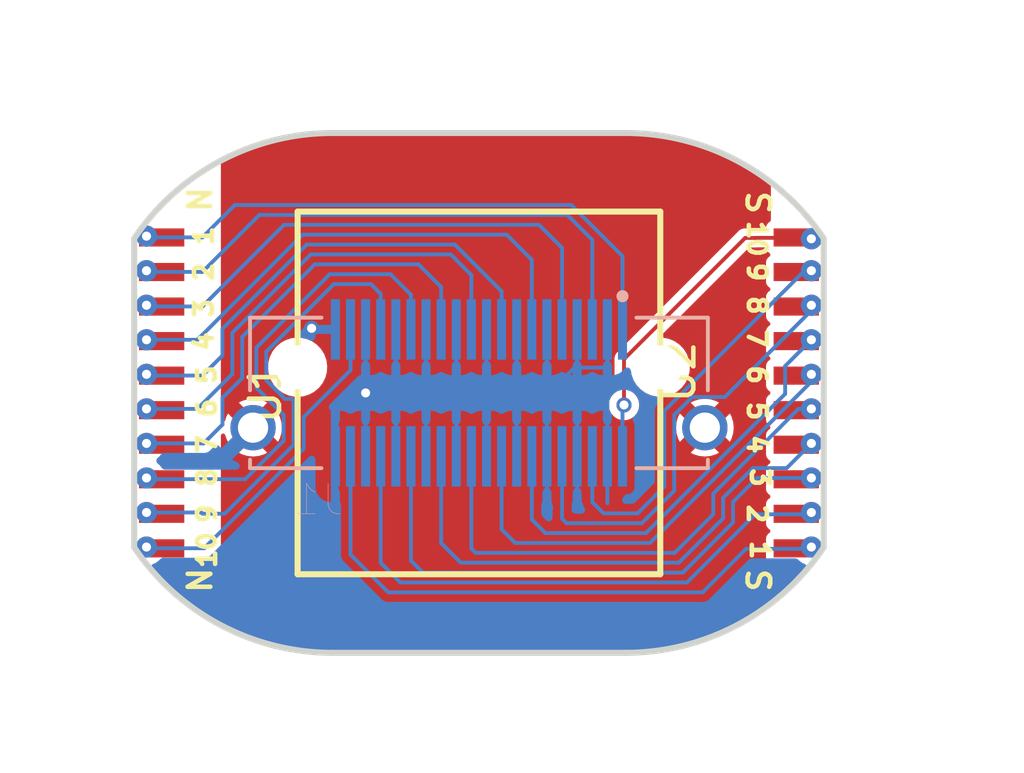
<source format=kicad_pcb>
(kicad_pcb (version 20221018) (generator pcbnew)
  (layers (0 "F.Cu" signal) (31 "B.Cu" signal) (34 "B.Paste" user) (35 "F.Paste" user) (36 "B.SilkS" user "B.Silkscreen") (37 "F.SilkS" user "F.Silkscreen") (38 "B.Mask" user) (39 "F.Mask" user) (44 "Edge.Cuts" user))
  (net 0 "")
  (net 1 "Net-(J1-Pad1)")
  (net 2 "Net-(J1-Pad2)")
  (net 3 "GND")
  (net 4 "Net-(J1-Pad5)")
  (net 5 "Net-(J1-Pad6)")
  (net 6 "Net-(J1-Pad9)")
  (net 7 "Net-(J1-Pad10)")
  (net 8 "Net-(J1-Pad13)")
  (net 9 "Net-(J1-Pad14)")
  (net 10 "Net-(J1-Pad17)")
  (net 11 "Net-(J1-Pad18)")
  (net 12 "Net-(J1-Pad21)")
  (net 13 "Net-(J1-Pad22)")
  (net 14 "Net-(J1-Pad25)")
  (net 15 "Net-(J1-Pad26)")
  (net 16 "Net-(J1-Pad29)")
  (net 17 "Net-(J1-Pad30)")
  (net 18 "Net-(J1-Pad33)")
  (net 19 "Net-(J1-Pad34)")
  (net 20 "Net-(J1-Pad37)")
  (net 21 "Net-(J1-Pad38)")
  (footprint "lib_footprints:wirebond_10x_1cm" (layer "F.Cu") (at -10.5 0 -90)
    (fp_text reference "U1" (at 0 -3.429 90) (layer "F.SilkS"))
    (fp_text value "wirebond_10x_1cm")
    (pad "1" smd rect (at -5.1435 0 270) (size 0.6 1.5) (layers "F.Cu" "F.Paste" "F.Mask") (net 1 "Net-(J1-Pad1)"))
    (pad "2" smd rect (at -4.0005 0 270) (size 0.6 1.5) (layers "F.Cu" "F.Paste" "F.Mask") (net 4 "Net-(J1-Pad5)"))
    (pad "3" smd rect (at -2.8575 0 270) (size 0.6 1.5) (layers "F.Cu" "F.Paste" "F.Mask") (net 6 "Net-(J1-Pad9)"))
    (pad "4" smd rect (at -1.7145 0 270) (size 0.6 1.5) (layers "F.Cu" "F.Paste" "F.Mask") (net 8 "Net-(J1-Pad13)"))
    (pad "5" smd rect (at -0.5715 0 270) (size 0.6 1.5) (layers "F.Cu" "F.Paste" "F.Mask") (net 10 "Net-(J1-Pad17)"))
    (pad "6" smd rect (at 0.5715 0 270) (size 0.6 1.5) (layers "F.Cu" "F.Paste" "F.Mask") (net 12 "Net-(J1-Pad21)"))
    (pad "7" smd rect (at 1.7145 0 270) (size 0.6 1.5) (layers "F.Cu" "F.Paste" "F.Mask") (net 14 "Net-(J1-Pad25)"))
    (pad "8" smd rect (at 2.8575 0 270) (size 0.6 1.5) (layers "F.Cu" "F.Paste" "F.Mask") (net 16 "Net-(J1-Pad29)"))
    (pad "9" smd rect (at 4.0005 0 270) (size 0.6 1.5) (layers "F.Cu" "F.Paste" "F.Mask") (net 18 "Net-(J1-Pad33)"))
    (pad "10" smd rect (at 5.1435 0 270) (size 0.6 1.5) (layers "F.Cu" "F.Paste" "F.Mask") (net 20 "Net-(J1-Pad37)"))
  )
  (footprint "lib_footprints:wirebond_10x_1cm" (layer "F.Cu") (at 10.5 0 90)
    (fp_text reference "U2" (at 0.691982 -3.8608 90) (layer "F.SilkS"))
    (fp_text value "wirebond_10x_1cm")
    (pad "1" smd rect (at -5.1435 0 90) (size 0.6 1.5) (layers "F.Cu" "F.Paste" "F.Mask") (net 21 "Net-(J1-Pad38)"))
    (pad "2" smd rect (at -4.0005 0 90) (size 0.6 1.5) (layers "F.Cu" "F.Paste" "F.Mask") (net 19 "Net-(J1-Pad34)"))
    (pad "3" smd rect (at -2.8575 0 90) (size 0.6 1.5) (layers "F.Cu" "F.Paste" "F.Mask") (net 17 "Net-(J1-Pad30)"))
    (pad "4" smd rect (at -1.7145 0 90) (size 0.6 1.5) (layers "F.Cu" "F.Paste" "F.Mask") (net 15 "Net-(J1-Pad26)"))
    (pad "5" smd rect (at -0.5715 0 90) (size 0.6 1.5) (layers "F.Cu" "F.Paste" "F.Mask") (net 13 "Net-(J1-Pad22)"))
    (pad "6" smd rect (at 0.5715 0 90) (size 0.6 1.5) (layers "F.Cu" "F.Paste" "F.Mask") (net 11 "Net-(J1-Pad18)"))
    (pad "7" smd rect (at 1.7145 0 90) (size 0.6 1.5) (layers "F.Cu" "F.Paste" "F.Mask") (net 9 "Net-(J1-Pad14)"))
    (pad "8" smd rect (at 2.8575 0 90) (size 0.6 1.5) (layers "F.Cu" "F.Paste" "F.Mask") (net 7 "Net-(J1-Pad10)"))
    (pad "9" smd rect (at 4.0005 0 90) (size 0.6 1.5) (layers "F.Cu" "F.Paste" "F.Mask") (net 5 "Net-(J1-Pad6)"))
    (pad "10" smd rect (at 5.1435 0 90) (size 0.6 1.5) (layers "F.Cu" "F.Paste" "F.Mask") (net 2 "Net-(J1-Pad2)"))
  )
  (footprint "lib_footprints:SAMTEC_LSHM-120-02.5-L-DV-A-S-TR" (layer "B.Cu") (at 0 0)
    (fp_text reference "J1" (at -5.325 3.535) (layer "B.SilkS") (effects (font (thickness 0.015)) (justify mirror)))
    (fp_text value "LSHM-120-02.5-L-DV-A-S-TR")
    (fp_line (start -7.575 -2.49) (end -7.575 -0.086) (stroke (width 0.127)) (layer "B.SilkS"))
    (fp_line (start -7.575 -2.49) (end -5.21 -2.49) (stroke (width 0.127)) (layer "B.SilkS"))
    (fp_line (start -7.575 2.49) (end -7.575 2.21) (stroke (width 0.127)) (layer "B.SilkS"))
    (fp_line (start -5.21 2.49) (end -7.575 2.49) (stroke (width 0.127)) (layer "B.SilkS"))
    (fp_line (start 5.21 -2.49) (end 7.575 -2.49) (stroke (width 0.127)) (layer "B.SilkS"))
    (fp_line (start 7.575 -2.49) (end 7.575 -0.086) (stroke (width 0.127)) (layer "B.SilkS"))
    (fp_line (start 7.575 2.49) (end 5.21 2.49) (stroke (width 0.127)) (layer "B.SilkS"))
    (fp_line (start 7.575 2.49) (end 7.575 2.21) (stroke (width 0.127)) (layer "B.SilkS"))
    (fp_circle (center 4.75 -3.2) (end 4.85 -3.2) (stroke (width 0.2)) (fill none) (layer "B.SilkS"))
    (pad "" np_thru_hole circle (at -6 -0.85) (size 1.45 1.45) (drill 1.45) (layers "*.Cu" "*.Mask"))
    (pad "" np_thru_hole circle (at 6 -0.85) (size 1.45 1.45) (drill 1.45) (layers "*.Cu" "*.Mask"))
    (pad "1" smd rect (at 4.75 -2.1) (size 0.3 2) (layers "B.Cu" "B.Paste" "B.Mask") (net 1 "Net-(J1-Pad1)"))
    (pad "2" smd rect (at 4.75 2.1) (size 0.3 2) (layers "B.Cu" "B.Paste" "B.Mask") (net 2 "Net-(J1-Pad2)"))
    (pad "3" smd rect (at 4.25 -2.1) (size 0.3 2) (layers "B.Cu" "B.Paste" "B.Mask") (net 3 "GND"))
    (pad "4" smd rect (at 4.25 2.1) (size 0.3 2) (layers "B.Cu" "B.Paste" "B.Mask") (net 3 "GND"))
    (pad "5" smd rect (at 3.75 -2.1) (size 0.3 2) (layers "B.Cu" "B.Paste" "B.Mask") (net 4 "Net-(J1-Pad5)"))
    (pad "6" smd rect (at 3.75 2.1) (size 0.3 2) (layers "B.Cu" "B.Paste" "B.Mask") (net 5 "Net-(J1-Pad6)"))
    (pad "7" smd rect (at 3.25 -2.1) (size 0.3 2) (layers "B.Cu" "B.Paste" "B.Mask") (net 3 "GND"))
    (pad "8" smd rect (at 3.25 2.1) (size 0.3 2) (layers "B.Cu" "B.Paste" "B.Mask") (net 3 "GND"))
    (pad "9" smd rect (at 2.75 -2.1) (size 0.3 2) (layers "B.Cu" "B.Paste" "B.Mask") (net 6 "Net-(J1-Pad9)"))
    (pad "10" smd rect (at 2.75 2.1) (size 0.3 2) (layers "B.Cu" "B.Paste" "B.Mask") (net 7 "Net-(J1-Pad10)"))
    (pad "11" smd rect (at 2.25 -2.1) (size 0.3 2) (layers "B.Cu" "B.Paste" "B.Mask") (net 3 "GND"))
    (pad "12" smd rect (at 2.25 2.1) (size 0.3 2) (layers "B.Cu" "B.Paste" "B.Mask") (net 3 "GND"))
    (pad "13" smd rect (at 1.75 -2.1) (size 0.3 2) (layers "B.Cu" "B.Paste" "B.Mask") (net 8 "Net-(J1-Pad13)"))
    (pad "14" smd rect (at 1.75 2.1) (size 0.3 2) (layers "B.Cu" "B.Paste" "B.Mask") (net 9 "Net-(J1-Pad14)"))
    (pad "15" smd rect (at 1.25 -2.1) (size 0.3 2) (layers "B.Cu" "B.Paste" "B.Mask") (net 3 "GND"))
    (pad "16" smd rect (at 1.25 2.1) (size 0.3 2) (layers "B.Cu" "B.Paste" "B.Mask") (net 3 "GND"))
    (pad "17" smd rect (at 0.75 -2.1) (size 0.3 2) (layers "B.Cu" "B.Paste" "B.Mask") (net 10 "Net-(J1-Pad17)"))
    (pad "18" smd rect (at 0.75 2.1) (size 0.3 2) (layers "B.Cu" "B.Paste" "B.Mask") (net 11 "Net-(J1-Pad18)"))
    (pad "19" smd rect (at 0.25 -2.1) (size 0.3 2) (layers "B.Cu" "B.Paste" "B.Mask") (net 3 "GND"))
    (pad "20" smd rect (at 0.25 2.1) (size 0.3 2) (layers "B.Cu" "B.Paste" "B.Mask") (net 3 "GND"))
    (pad "21" smd rect (at -0.25 -2.1) (size 0.3 2) (layers "B.Cu" "B.Paste" "B.Mask") (net 12 "Net-(J1-Pad21)"))
    (pad "22" smd rect (at -0.25 2.1) (size 0.3 2) (layers "B.Cu" "B.Paste" "B.Mask") (net 13 "Net-(J1-Pad22)"))
    (pad "23" smd rect (at -0.75 -2.1) (size 0.3 2) (layers "B.Cu" "B.Paste" "B.Mask") (net 3 "GND"))
    (pad "24" smd rect (at -0.75 2.1) (size 0.3 2) (layers "B.Cu" "B.Paste" "B.Mask") (net 3 "GND"))
    (pad "25" smd rect (at -1.25 -2.1) (size 0.3 2) (layers "B.Cu" "B.Paste" "B.Mask") (net 14 "Net-(J1-Pad25)"))
    (pad "26" smd rect (at -1.25 2.1) (size 0.3 2) (layers "B.Cu" "B.Paste" "B.Mask") (net 15 "Net-(J1-Pad26)"))
    (pad "27" smd rect (at -1.75 -2.1) (size 0.3 2) (layers "B.Cu" "B.Paste" "B.Mask") (net 3 "GND"))
    (pad "28" smd rect (at -1.75 2.1) (size 0.3 2) (layers "B.Cu" "B.Paste" "B.Mask") (net 3 "GND"))
    (pad "29" smd rect (at -2.25 -2.1) (size 0.3 2) (layers "B.Cu" "B.Paste" "B.Mask") (net 16 "Net-(J1-Pad29)"))
    (pad "30" smd rect (at -2.25 2.1) (size 0.3 2) (layers "B.Cu" "B.Paste" "B.Mask") (net 17 "Net-(J1-Pad30)"))
    (pad "31" smd rect (at -2.75 -2.1) (size 0.3 2) (layers "B.Cu" "B.Paste" "B.Mask") (net 3 "GND"))
    (pad "32" smd rect (at -2.75 2.1) (size 0.3 2) (layers "B.Cu" "B.Paste" "B.Mask") (net 3 "GND"))
    (pad "33" smd rect (at -3.25 -2.1) (size 0.3 2) (layers "B.Cu" "B.Paste" "B.Mask") (net 18 "Net-(J1-Pad33)"))
    (pad "34" smd rect (at -3.25 2.1) (size 0.3 2) (layers "B.Cu" "B.Paste" "B.Mask") (net 19 "Net-(J1-Pad34)"))
    (pad "35" smd rect (at -3.75 -2.1) (size 0.3 2) (layers "B.Cu" "B.Paste" "B.Mask") (net 3 "GND"))
    (pad "36" smd rect (at -3.75 2.1) (size 0.3 2) (layers "B.Cu" "B.Paste" "B.Mask") (net 3 "GND"))
    (pad "37" smd rect (at -4.25 -2.1) (size 0.3 2) (layers "B.Cu" "B.Paste" "B.Mask") (net 20 "Net-(J1-Pad37)"))
    (pad "38" smd rect (at -4.25 2.1) (size 0.3 2) (layers "B.Cu" "B.Paste" "B.Mask") (net 21 "Net-(J1-Pad38)"))
    (pad "39" smd rect (at -4.75 -2.1) (size 0.3 2) (layers "B.Cu" "B.Paste" "B.Mask") (net 3 "GND"))
    (pad "40" smd rect (at -4.75 2.1) (size 0.3 2) (layers "B.Cu" "B.Paste" "B.Mask") (net 3 "GND"))
    (pad "S1" thru_hole circle (at -7.475 1.15) (size 1.5 1.5) (drill 1) (layers "*.Cu" "*.Mask") (net 3 "GND"))
    (pad "S2" thru_hole circle (at 7.475 1.15) (size 1.5 1.5) (drill 1) (layers "*.Cu" "*.Mask") (net 3 "GND"))
  )
  (gr_line (start -6 -6) (end 6 -6) (stroke (width 0.2)) (layer "F.SilkS"))
  (gr_line (start -6 -6) (end -6 6) (stroke (width 0.2)) (layer "F.SilkS"))
  (gr_line (start 6 -6) (end 6 6) (stroke (width 0.2)) (layer "F.SilkS"))
  (gr_line (start -6 6) (end 6 6) (stroke (width 0.2)) (layer "F.SilkS"))
  (gr_line (start 11.4078 -5.11) (end 11.4078 5.11) (stroke (width 0.2)) (layer "Edge.Cuts"))
  (gr_arc (start -4.85 8.6) (mid -8.564325 7.673175) (end -11.4078 5.11) (stroke (width 0.2)) (layer "Edge.Cuts"))
  (gr_line (start -4.85 -8.6) (end 4.85 -8.6) (stroke (width 0.2)) (layer "Edge.Cuts"))
  (gr_arc (start -11.4078 -5.11) (mid -8.564325 -7.673175) (end -4.85 -8.6) (stroke (width 0.2)) (layer "Edge.Cuts"))
  (gr_arc (start 11.4078 5.11) (mid 8.564325 7.673174) (end 4.85 8.6) (stroke (width 0.2)) (layer "Edge.Cuts"))
  (gr_line (start -11.4078 -5.11) (end -11.4078 5.11) (stroke (width 0.2)) (layer "Edge.Cuts"))
  (gr_arc (start 4.85 -8.6) (mid 8.564325 -7.673175) (end 11.4078 -5.11) (stroke (width 0.2)) (layer "Edge.Cuts"))
  (gr_line (start -4.85 8.6) (end 4.85 8.6) (stroke (width 0.2)) (layer "Edge.Cuts"))
  (gr_text "9" (at 9.2 -4 -90) (layer "F.SilkS") (effects (font (size 0.6 0.6))))
  (gr_text "10" (at 9.2 -5.1 -90) (layer "F.SilkS") (effects (font (size 0.6 0.6))))
  (gr_text "4" (at 9.2 1.7 -90) (layer "F.SilkS") (effects (font (size 0.6 0.6))))
  (gr_text "3" (at 9.3 2.8 -90) (layer "F.SilkS") (effects (font (size 0.6 0.6))))
  (gr_text "S" (at 9.3 -6.3 90) (layer "F.SilkS") (effects (font (size 0.75 0.75))))
  (gr_text "4" (at -9.1 -1.7 90) (layer "F.SilkS") (effects (font (size 0.6 0.6))))
  (gr_text "8" (at -9 2.8 90) (layer "F.SilkS") (effects (font (size 0.6 0.6))))
  (gr_text "7" (at 9.2 -1.8 -90) (layer "F.SilkS") (effects (font (size 0.6 0.6))))
  (gr_text "1" (at -9.1 -5.2 90) (layer "F.SilkS") (effects (font (size 0.6 0.6))))
  (gr_text "5" (at 9.2 0.6 -90) (layer "F.SilkS") (effects (font (size 0.6 0.6))))
  (gr_text "6" (at -9 0.5 90) (layer "F.SilkS") (effects (font (size 0.6 0.6))))
  (gr_text "7" (at -9 1.7 90) (layer "F.SilkS") (effects (font (size 0.6 0.6))))
  (gr_text "5" (at -9 -0.6 90) (layer "F.SilkS") (effects (font (size 0.6 0.6))))
  (gr_text "9" (at -9 4 90) (layer "F.SilkS") (effects (font (size 0.6 0.6))))
  (gr_text "2" (at -9.1 -4 90) (layer "F.SilkS") (effects (font (size 0.6 0.6))))
  (gr_text "S" (at 9.3 6.2 90) (layer "F.SilkS") (effects (font (size 0.75 0.75))))
  (gr_text "8" (at 9.2 -2.9 -90) (layer "F.SilkS") (effects (font (size 0.6 0.6))))
  (gr_text "N" (at -9.3 6.2 -90) (layer "F.SilkS") (effects (font (size 0.75 0.75))))
  (gr_text "10" (at -9 5.2 90) (layer "F.SilkS") (effects (font (size 0.6 0.6))))
  (gr_text "1" (at 9.3 5.2 -90) (layer "F.SilkS") (effects (font (size 0.6 0.6))))
  (gr_text "N" (at -9.3 -6.4 -90) (layer "F.SilkS") (effects (font (size 0.75 0.75))))
  (gr_text "6" (at 9.2 -0.6 -90) (layer "F.SilkS") (effects (font (size 0.6 0.6))))
  (gr_text "2" (at 9.2 4 -90) (layer "F.SilkS") (effects (font (size 0.6 0.6))))
  (gr_text "3" (at -9.1 -2.8 90) (layer "F.SilkS") (effects (font (size 0.6 0.6))))
  (via (at -11 -5.187) (size 0.7) (drill 0.3) (layers "F.Cu" "B.Cu") (net 1))
  (segment (start 3.060248 -6.216) (end -8.081 -6.216) (width 0.127) (layer "B.Cu") (net 1))
  (segment (start -8.081 -6.216) (end -9.15 -5.147) (width 0.127) (layer "B.Cu") (net 1))
  (segment (start -9.15 -5.147) (end -10.96 -5.147) (width 0.127) (layer "B.Cu") (net 1))
  (segment (start 4.75 -4.526248) (end 3.060248 -6.216) (width 0.127) (layer "B.Cu") (net 1))
  (segment (start -10.96 -5.147) (end -11 -5.187) (width 0.127) (layer "B.Cu") (net 1))
  (segment (start 4.75 -2.1) (end 4.75 -4.526248) (width 0.127) (layer "B.Cu") (net 1))
  (segment (start 8.808639 -5.1273) (end 9.1402 -5.1273) (width 0.127) (layer "F.Cu") (net 2))
  (segment (start 4.8 -1.118661) (end 8.808639 -5.1273) (width 0.127) (layer "F.Cu") (net 2))
  (segment (start 4.8 0.4) (end 4.8 -1.118661) (width 0.127) (layer "F.Cu") (net 2))
  (segment (start 10.4902 -5.1308) (end 9.1437 -5.1308) (width 0.127) (layer "F.Cu") (net 2))
  (via (at 4.8 0.4) (size 0.5) (drill 0.3) (layers "F.Cu" "B.Cu") (net 2))
  (via (at 11 -5.1) (size 0.7) (drill 0.3) (layers "F.Cu" "B.Cu") (net 2))
  (segment (start 4.75 0.45) (end 4.8 0.4) (width 0.127) (layer "B.Cu") (net 2))
  (segment (start 4.75 2.1) (end 4.75 0.45) (width 0.127) (layer "B.Cu") (net 2))
  (segment (start -5.537254 -2.137254) (end -3.75 -0.35) (width 0.127) (layer "F.Cu") (net 3))
  (segment (start -3.75 -0.35) (end -3.75 0) (width 0.127) (layer "F.Cu") (net 3))
  (via (at -3.75 0) (size 0.5) (drill 0.3) (layers "F.Cu" "B.Cu") (net 3))
  (via (at -5.537254 -2.137254) (size 0.5) (drill 0.3) (layers "F.Cu" "B.Cu") (net 3))
  (segment (start 2.25 2.1) (end 2.25 3.65) (width 0.127) (layer "B.Cu") (net 3))
  (segment (start -0.75 2.1) (end -0.75 -2.1) (width 0.127) (layer "B.Cu") (net 3))
  (segment (start 4.25 -2.1) (end 4.25 -0.923) (width 0.127) (layer "B.Cu") (net 3))
  (segment (start 2.25 2.1) (end 2.25 -2.1) (width 0.127) (layer "B.Cu") (net 3))
  (segment (start 2.25 -0.55) (end 2.25 -2.1) (width 0.127) (layer "B.Cu") (net 3))
  (segment (start 3.25 3.65) (end 3.4 3.8) (width 0.127) (layer "B.Cu") (net 3))
  (segment (start -4.75 -2.1) (end -5.5 -2.1) (width 0.127) (layer "B.Cu") (net 3))
  (segment (start 2.25 3.65) (end 2.4 3.8) (width 0.127) (layer "B.Cu") (net 3))
  (segment (start 3.25 2.1) (end 3.25 3.65) (width 0.127) (layer "B.Cu") (net 3))
  (segment (start 3.25 -0.923) (end 2.727 -0.4) (width 0.127) (layer "B.Cu") (net 3))
  (segment (start -3.75 -2.1) (end -3.75 0) (width 0.127) (layer "B.Cu") (net 3))
  (segment (start -5.5 -2.1) (end -5.537254 -2.137254) (width 0.127) (layer "B.Cu") (net 3))
  (segment (start 4.1635 -0.8365) (end 3.3365 -0.8365) (width 0.127) (layer "B.Cu") (net 3))
  (segment (start 3.25 2.1) (end 3.25 -2.1) (width 0.127) (layer "B.Cu") (net 3))
  (segment (start -2.75 2.1) (end -2.75 -2.1) (width 0.127) (layer "B.Cu") (net 3))
  (segment (start 3.25 -2.1) (end 3.25 -0.923) (width 0.127) (layer "B.Cu") (net 3))
  (segment (start 4.25 2.1) (end 4.25 3.65) (width 0.127) (layer "B.Cu") (net 3))
  (segment (start 1.25 2.1) (end 1.25 -2.1) (width 0.127) (layer "B.Cu") (net 3))
  (segment (start 2.4 -0.4) (end 2.25 -0.55) (width 0.127) (layer "B.Cu") (net 3))
  (segment (start -1.75 -2.1) (end -1.75 2.1) (width 0.127) (layer "B.Cu") (net 3))
  (segment (start -3.75 0) (end -3.75 2.1) (width 0.127) (layer "B.Cu") (net 3))
  (segment (start 2.727 -0.4) (end 2.4 -0.4) (width 0.127) (layer "B.Cu") (net 3))
  (segment (start 0.25 -2.1) (end 0.25 2.1) (width 0.127) (layer "B.Cu") (net 3))
  (segment (start 3.3365 -0.8365) (end 3.25 -0.923) (width 0.127) (layer "B.Cu") (net 3))
  (segment (start 4.25 -2.1) (end 4.25 2.1) (width 0.127) (layer "B.Cu") (net 3))
  (segment (start 4.25 -0.923) (end 4.1635 -0.8365) (width 0.127) (layer "B.Cu") (net 3))
  (via (at -11 -4.044) (size 0.7) (drill 0.3) (layers "F.Cu" "B.Cu") (net 4))
  (segment (start -9.15 -4.004) (end -10.96 -4.004) (width 0.127) (layer "B.Cu") (net 4))
  (segment (start 2.9248 -5.889) (end 3.75 -5.0638) (width 0.127) (layer "B.Cu") (net 4))
  (segment (start -7.265 -5.889) (end 2.9248 -5.889) (width 0.127) (layer "B.Cu") (net 4))
  (segment (start -9.15 -4.004) (end -7.265 -5.889) (width 0.127) (layer "B.Cu") (net 4))
  (segment (start 3.75 -5.0638) (end 3.75 -2.1) (width 0.127) (layer "B.Cu") (net 4))
  (segment (start -10.96 -4.004) (end -11 -4.044) (width 0.127) (layer "B.Cu") (net 4))
  (via (at 11 -4.044) (size 0.7) (drill 0.3) (layers "F.Cu" "B.Cu") (net 5))
  (segment (start 3.75 3.612448) (end 4.121552 3.984) (width 0.127) (layer "B.Cu") (net 5))
  (segment (start 3.75 2.1) (end 3.75 3.612448) (width 0.127) (layer "B.Cu") (net 5))
  (segment (start 6.1345 0.594746) (end 6.929246 -0.2) (width 0.127) (layer "B.Cu") (net 5))
  (segment (start 5.2505 3.984) (end 6.1345 3.1) (width 0.127) (layer "B.Cu") (net 5))
  (segment (start 10.773246 -4.044) (end 6.929246 -0.2) (width 0.127) (layer "B.Cu") (net 5))
  (segment (start 4.121552 3.984) (end 5.2505 3.984) (width 0.127) (layer "B.Cu") (net 5))
  (segment (start 6.1345 3.1) (end 6.1345 0.594746) (width 0.127) (layer "B.Cu") (net 5))
  (segment (start 11 -4.044) (end 10.773246 -4.044) (width 0.127) (layer "B.Cu") (net 5))
  (via (at -11 -2.901) (size 0.7) (drill 0.3) (layers "F.Cu" "B.Cu") (net 6))
  (segment (start -9.15 -2.861) (end -6.449 -5.562) (width 0.127) (layer "B.Cu") (net 6))
  (segment (start -9.15 -2.861) (end -10.96 -2.861) (width 0.127) (layer "B.Cu") (net 6))
  (segment (start -10.96 -2.861) (end -11 -2.901) (width 0.127) (layer "B.Cu") (net 6))
  (segment (start 1.9882 -5.562) (end 2.75 -4.8002) (width 0.127) (layer "B.Cu") (net 6))
  (segment (start -6.449 -5.562) (end 1.9882 -5.562) (width 0.127) (layer "B.Cu") (net 6))
  (segment (start 2.75 -4.8002) (end 2.75 -2.1) (width 0.127) (layer "B.Cu") (net 6))
  (via (at 11 -2.901) (size 0.7) (drill 0.3) (layers "F.Cu" "B.Cu") (net 7))
  (segment (start 2.75 4.161) (end 2.75 2.1) (width 0.127) (layer "B.Cu") (net 7))
  (segment (start 11 -2.901) (end 11 -2.727) (width 0.127) (layer "B.Cu") (net 7))
  (segment (start 11 -2.727) (end 8.1365 0.1365) (width 0.127) (layer "B.Cu") (net 7))
  (segment (start 2.9 4.311) (end 2.75 4.161) (width 0.127) (layer "B.Cu") (net 7))
  (segment (start 8.1365 0.1365) (end 7.055194 0.1365) (width 0.127) (layer "B.Cu") (net 7))
  (segment (start 5.39066 4.311) (end 2.9 4.311) (width 0.127) (layer "B.Cu") (net 7))
  (segment (start 6.4615 0.730194) (end 6.4615 3.24016) (width 0.127) (layer "B.Cu") (net 7))
  (segment (start 7.055194 0.1365) (end 6.4615 0.730194) (width 0.127) (layer "B.Cu") (net 7))
  (segment (start 6.4615 3.24016) (end 5.39066 4.311) (width 0.127) (layer "B.Cu") (net 7))
  (via (at -11 -1.758) (size 0.7) (drill 0.3) (layers "F.Cu" "B.Cu") (net 8))
  (segment (start -5.837669 -5.235) (end 0.9214 -5.235) (width 0.127) (layer "B.Cu") (net 8))
  (segment (start 0.9214 -5.235) (end 1.75 -4.4064) (width 0.127) (layer "B.Cu") (net 8))
  (segment (start -9.314669 -1.758) (end -9.15 -1.922669) (width 0.127) (layer "B.Cu") (net 8))
  (segment (start 1.75 -4.4064) (end 1.75 -2.1) (width 0.127) (layer "B.Cu") (net 8))
  (segment (start -9.15 -1.922669) (end -5.837669 -5.235) (width 0.127) (layer "B.Cu") (net 8))
  (segment (start -11 -1.758) (end -9.314669 -1.758) (width 0.127) (layer "B.Cu") (net 8))
  (via (at 11 -1.758) (size 0.7) (drill 0.3) (layers "F.Cu" "B.Cu") (net 9))
  (segment (start 10.132054 0.032054) (end 5.526108 4.638) (width 0.127) (layer "B.Cu") (net 9))
  (segment (start 11 -1.758) (end 10.132054 -0.890054) (width 0.127) (layer "B.Cu") (net 9))
  (segment (start 1.75 4.188) (end 1.75 2.1) (width 0.127) (layer "B.Cu") (net 9))
  (segment (start 10.132054 -0.890054) (end 10.132054 0.032054) (width 0.127) (layer "B.Cu") (net 9))
  (segment (start 2.2 4.638) (end 1.75 4.188) (width 0.127) (layer "B.Cu") (net 9))
  (segment (start 5.526108 4.638) (end 2.2 4.638) (width 0.127) (layer "B.Cu") (net 9))
  (via (at -11 -0.615) (size 0.7) (drill 0.3) (layers "F.Cu" "B.Cu") (net 10))
  (segment (start -9.15 -0.575) (end -10.96 -0.575) (width 0.127) (layer "B.Cu") (net 10))
  (segment (start -7.14661 -3.46361) (end -7.2898 -3.320421) (width 0.127) (layer "B.Cu") (net 10))
  (segment (start -8.4865 -2.123721) (end -7.14661 -3.46361) (width 0.127) (layer "B.Cu") (net 10))
  (segment (start -8.4865 -1.2385) (end -8.4865 -2.123721) (width 0.127) (layer "B.Cu") (net 10))
  (segment (start 0.75 -3.360648) (end 0.75 -2.1) (width 0.127) (layer "B.Cu") (net 10))
  (segment (start -10.96 -0.575) (end -11 -0.615) (width 0.127) (layer "B.Cu") (net 10))
  (segment (start -0.797352 -4.908) (end 0.75 -3.360648) (width 0.127) (layer "B.Cu") (net 10))
  (segment (start -9.15 -0.575) (end -8.4865 -1.2385) (width 0.127) (layer "B.Cu") (net 10))
  (segment (start -7.14661 -3.46361) (end -5.702221 -4.908) (width 0.127) (layer "B.Cu") (net 10))
  (segment (start -5.702221 -4.908) (end -0.797352 -4.908) (width 0.127) (layer "B.Cu") (net 10))
  (via (at 11 -0.615) (size 0.7) (drill 0.3) (layers "F.Cu" "B.Cu") (net 11))
  (segment (start 11 -0.615) (end 11 -0.373444) (width 0.127) (layer "B.Cu") (net 11))
  (segment (start 1.2 4.965) (end 0.75 4.515) (width 0.127) (layer "B.Cu") (net 11))
  (segment (start 11 -0.373444) (end 5.661556 4.965) (width 0.127) (layer "B.Cu") (net 11))
  (segment (start 5.661556 4.965) (end 1.2 4.965) (width 0.127) (layer "B.Cu") (net 11))
  (segment (start 0.75 4.515) (end 0.75 2.1) (width 0.127) (layer "B.Cu") (net 11))
  (via (at -11 0.528) (size 0.7) (drill 0.3) (layers "F.Cu" "B.Cu") (net 12))
  (segment (start -0.9328 -4.581) (end -0.25 -3.8982) (width 0.127) (layer "B.Cu") (net 12))
  (segment (start -8.1595 -0.627169) (end -8.1595 -1.988273) (width 0.127) (layer "B.Cu") (net 12))
  (segment (start -11 0.528) (end -9.314669 0.528) (width 0.127) (layer "B.Cu") (net 12))
  (segment (start -5.566773 -4.581) (end -0.9328 -4.581) (width 0.127) (layer "B.Cu") (net 12))
  (segment (start -9.15 0.363331) (end -8.1595 -0.627169) (width 0.127) (layer "B.Cu") (net 12))
  (segment (start -8.1595 -1.988273) (end -5.566773 -4.581) (width 0.127) (layer "B.Cu") (net 12))
  (segment (start -9.314669 0.528) (end -9.15 0.363331) (width 0.127) (layer "B.Cu") (net 12))
  (segment (start -0.25 -3.8982) (end -0.25 -2.1) (width 0.127) (layer "B.Cu") (net 12))
  (via (at 11 0.528) (size 0.7) (drill 0.3) (layers "F.Cu" "B.Cu") (net 13))
  (segment (start 7.75295 4.016606) (end 7.75295 3.336054) (width 0.127) (layer "B.Cu") (net 13))
  (segment (start 7.75295 3.336054) (end 9.489004 1.6) (width 0.127) (layer "B.Cu") (net 13))
  (segment (start 9.489004 1.6) (end 9.5 1.6) (width 0.127) (layer "B.Cu") (net 13))
  (segment (start -0.25 2.1) (end -0.25 5.15) (width 0.127) (layer "B.Cu") (net 13))
  (segment (start 10.572 0.528) (end 11 0.528) (width 0.127) (layer "B.Cu") (net 13))
  (segment (start 6.477556 5.292) (end 7.75295 4.016606) (width 0.127) (layer "B.Cu") (net 13))
  (segment (start -0.108 5.292) (end 6.477556 5.292) (width 0.127) (layer "B.Cu") (net 13))
  (segment (start -0.25 5.15) (end -0.108 5.292) (width 0.127) (layer "B.Cu") (net 13))
  (segment (start 9.5 1.6) (end 10.572 0.528) (width 0.127) (layer "B.Cu") (net 13))
  (via (at -11 1.671) (size 0.7) (drill 0.3) (layers "F.Cu" "B.Cu") (net 14))
  (segment (start -9.11 1.671) (end -8.9695 1.5305) (width 0.127) (layer "B.Cu") (net 14))
  (segment (start -7.8325 -0.491721) (end -8.4865 0.162279) (width 0.127) (layer "B.Cu") (net 14))
  (segment (start -11 1.671) (end -9.11 1.671) (width 0.127) (layer "B.Cu") (net 14))
  (segment (start -8.4865 0.162279) (end -8.4865 1.0475) (width 0.127) (layer "B.Cu") (net 14))
  (segment (start -1.25 -2.1) (end -1.25 -3.5044) (width 0.127) (layer "B.Cu") (net 14))
  (segment (start -7.8325 -1.852825) (end -7.8325 -0.491721) (width 0.127) (layer "B.Cu") (net 14))
  (segment (start -1.25 -3.5044) (end -1.9996 -4.254) (width 0.127) (layer "B.Cu") (net 14))
  (segment (start -5.431325 -4.254) (end -7.8325 -1.852825) (width 0.127) (layer "B.Cu") (net 14))
  (segment (start -1.9996 -4.254) (end -5.431325 -4.254) (width 0.127) (layer "B.Cu") (net 14))
  (segment (start -8.4865 1.0475) (end -8.9695 1.5305) (width 0.127) (layer "B.Cu") (net 14))
  (via (at 11 1.671) (size 0.7) (drill 0.3) (layers "F.Cu" "B.Cu") (net 15))
  (segment (start -0.6 5.619) (end -1.25 4.969) (width 0.127) (layer "B.Cu") (net 15))
  (segment (start 10.184 2.487) (end 9.064452 2.487) (width 0.127) (layer "B.Cu") (net 15))
  (segment (start 6.613004 5.619) (end -0.6 5.619) (width 0.127) (layer "B.Cu") (net 15))
  (segment (start 9.064452 2.487) (end 8.4767 3.074752) (width 0.127) (layer "B.Cu") (net 15))
  (segment (start -1.25 4.969) (end -1.25 2.1) (width 0.127) (layer "B.Cu") (net 15))
  (segment (start 11 1.671) (end 10.184 2.487) (width 0.127) (layer "B.Cu") (net 15))
  (segment (start 8.07995 3.471502) (end 8.07995 4.152054) (width 0.127) (layer "B.Cu") (net 15))
  (segment (start 8.4767 3.074752) (end 8.07995 3.471502) (width 0.127) (layer "B.Cu") (net 15))
  (segment (start 8.07995 4.152054) (end 6.613004 5.619) (width 0.127) (layer "B.Cu") (net 15))
  (via (at -11 2.814) (size 0.7) (drill 0.3) (layers "F.Cu" "B.Cu") (net 16))
  (segment (start -7.3655 -0.173806) (end -6.4615 0.730194) (width 0.127) (layer "B.Cu") (net 16))
  (segment (start -6.4615 1.5847) (end -7.7308 2.854) (width 0.127) (layer "B.Cu") (net 16))
  (segment (start -7.3655 -1.496948) (end -7.3655 -0.173806) (width 0.127) (layer "B.Cu") (net 16))
  (segment (start -7.7308 2.854) (end -10.96 2.854) (width 0.127) (layer "B.Cu") (net 16))
  (segment (start -4.935448 -3.927) (end -7.3655 -1.496948) (width 0.127) (layer "B.Cu") (net 16))
  (segment (start -2.25 -2.1) (end -2.25 -3.25) (width 0.127) (layer "B.Cu") (net 16))
  (segment (start -10.96 2.854) (end -11 2.814) (width 0.127) (layer "B.Cu") (net 16))
  (segment (start -2.927 -3.927) (end -4.935448 -3.927) (width 0.127) (layer "B.Cu") (net 16))
  (segment (start -2.25 -3.25) (end -2.927 -3.927) (width 0.127) (layer "B.Cu") (net 16))
  (segment (start -6.4615 0.730194) (end -6.4615 1.5847) (width 0.127) (layer "B.Cu") (net 16))
  (via (at 11 2.814) (size 0.7) (drill 0.3) (layers "F.Cu" "B.Cu") (net 17))
  (segment (start -1.854 5.946) (end 6.748452 5.946) (width 0.127) (layer "B.Cu") (net 17))
  (segment (start -2.25 2.1) (end -2.25 5.55) (width 0.127) (layer "B.Cu") (net 17))
  (segment (start 8.40695 3.60695) (end 9.1999 2.814) (width 0.127) (layer "B.Cu") (net 17))
  (segment (start -2.25 5.55) (end -1.854 5.946) (width 0.127) (layer "B.Cu") (net 17))
  (segment (start 8.40695 4.287502) (end 8.40695 3.60695) (width 0.127) (layer "B.Cu") (net 17))
  (segment (start 9.1999 2.814) (end 11 2.814) (width 0.127) (layer "B.Cu") (net 17))
  (segment (start 6.748452 5.946) (end 8.40695 4.287502) (width 0.127) (layer "B.Cu") (net 17))
  (via (at -11 3.957) (size 0.7) (drill 0.3) (layers "F.Cu" "B.Cu") (net 18))
  (segment (start -6.418661 0.2) (end -6.2 0.2) (width 0.127) (layer "B.Cu") (net 18))
  (segment (start -6.1345 1.720148) (end -8.411352 3.997) (width 0.127) (layer "B.Cu") (net 18))
  (segment (start -6.1345 0.2655) (end -6.1345 1.720148) (width 0.127) (layer "B.Cu") (net 18))
  (segment (start -3.25 -3.277) (end -3.573 -3.6) (width 0.127) (layer "B.Cu") (net 18))
  (segment (start -7.0385 -0.419839) (end -6.418661 0.2) (width 0.127) (layer "B.Cu") (net 18))
  (segment (start -7.0385 -1.3615) (end -7.0385 -0.419839) (width 0.127) (layer "B.Cu") (net 18))
  (segment (start -11 3.957) (end -9.19 3.957) (width 0.127) (layer "B.Cu") (net 18))
  (segment (start -9.19 3.957) (end -9.15 3.997) (width 0.127) (layer "B.Cu") (net 18))
  (segment (start -3.573 -3.6) (end -4.8 -3.6) (width 0.127) (layer "B.Cu") (net 18))
  (segment (start -3.25 -2.1) (end -3.25 -3.277) (width 0.127) (layer "B.Cu") (net 18))
  (segment (start -4.8 -3.6) (end -7.0385 -1.3615) (width 0.127) (layer "B.Cu") (net 18))
  (segment (start -8.411352 3.997) (end -9.15 3.997) (width 0.127) (layer "B.Cu") (net 18))
  (segment (start -6.2 0.2) (end -6.1345 0.2655) (width 0.127) (layer "B.Cu") (net 18))
  (via (at 11 3.957) (size 0.7) (drill 0.3) (layers "F.Cu" "B.Cu") (net 19))
  (segment (start 10.9403 4.0167) (end 11 3.957) (width 0.127) (layer "B.Cu") (net 19))
  (segment (start -2.6 6.273) (end 6.8839 6.273) (width 0.127) (layer "B.Cu") (net 19))
  (segment (start 9.1402 4.0167) (end 10.9403 4.0167) (width 0.127) (layer "B.Cu") (net 19))
  (segment (start -3.25 5.623) (end -2.6 6.273) (width 0.127) (layer "B.Cu") (net 19))
  (segment (start -3.25 2.1) (end -3.25 5.623) (width 0.127) (layer "B.Cu") (net 19))
  (segment (start 6.8839 6.273) (end 9.1402 4.0167) (width 0.127) (layer "B.Cu") (net 19))
  (via (at -11 5.1) (size 0.7) (drill 0.3) (layers "F.Cu" "B.Cu") (net 20))
  (segment (start -10.96 5.14) (end -11 5.1) (width 0.127) (layer "B.Cu") (net 20))
  (segment (start -9.091904 5.14) (end -10.96 5.14) (width 0.127) (layer "B.Cu") (net 20))
  (segment (start -5.8 0.8) (end -4.25 -0.75) (width 0.127) (layer "B.Cu") (net 20))
  (segment (start -5.8 1.848096) (end -5.8 0.8) (width 0.127) (layer "B.Cu") (net 20))
  (segment (start -4.25 -0.75) (end -4.25 -2.1) (width 0.127) (layer "B.Cu") (net 20))
  (segment (start -9.091904 5.14) (end -5.8 1.848096) (width 0.127) (layer "B.Cu") (net 20))
  (via (at 11 5.1) (size 0.7) (drill 0.3) (layers "F.Cu" "B.Cu") (net 21))
  (segment (start -4.25 2.1) (end -4.25 5.35) (width 0.127) (layer "B.Cu") (net 21))
  (segment (start 8.8403 5.1597) (end 10.9403 5.1597) (width 0.127) (layer "B.Cu") (net 21))
  (segment (start -3 6.6) (end 7.4 6.6) (width 0.127) (layer "B.Cu") (net 21))
  (segment (start -4.25 5.35) (end -3 6.6) (width 0.127) (layer "B.Cu") (net 21))
  (segment (start 7.4 6.6) (end 8.8403 5.1597) (width 0.127) (layer "B.Cu") (net 21))
  (segment (start 10.9403 5.1597) (end 11 5.1) (width 0.127) (layer "B.Cu") (net 21))
  (zone (net 3) (net_name "GND") (layer "F.Cu") (connect_pads (clearance 0.25)) (min_thickness 0.15) (fill yes (thermal_gap 0.2) (thermal_bridge_width 0.508))
    (polygon (pts (xy 9.6608 -9.4) (xy 9.6608 10.49) (xy -8.5392 10.49) (xy -8.5392 -9.4)))
  )
  (zone (net 3) (net_name "GND") (layer "B.Cu") (connect_pads (clearance 0.25)) (min_thickness 0.254) (fill yes (thermal_gap 0.508) (thermal_bridge_width 0.508))
    (polygon (pts (xy 18.035556 12.449468) (xy -15.848044 12.398668) (xy -15.848044 -13.001332) (xy 18.035556 -12.950532)))
  )
)
</source>
